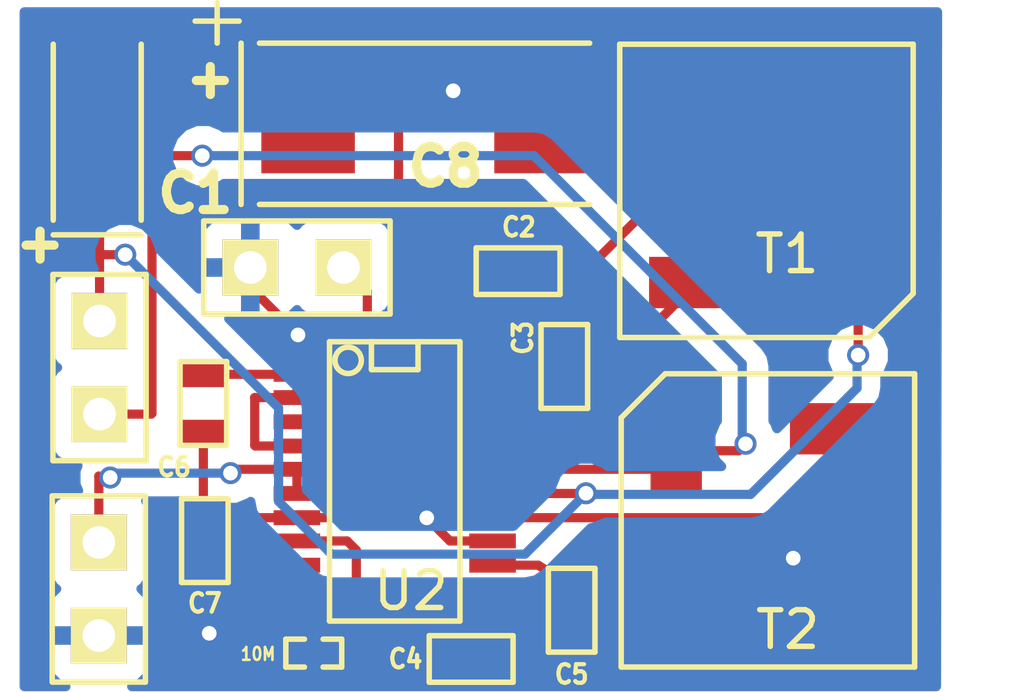
<source format=kicad_pcb>
(kicad_pcb (version 4) (host pcbnew "(2015-06-04 BZR 5708)-product")

  (general
    (links 36)
    (no_connects 0)
    (area 144.817858 91.302999 178.095953 112.705)
    (thickness 1.6)
    (drawings 0)
    (tracks 154)
    (zones 0)
    (modules 15)
    (nets 17)
  )

  (page A4)
  (layers
    (0 F.Cu signal)
    (31 B.Cu signal)
    (32 B.Adhes user)
    (33 F.Adhes user)
    (34 B.Paste user)
    (35 F.Paste user)
    (36 B.SilkS user)
    (37 F.SilkS user)
    (38 B.Mask user)
    (39 F.Mask user)
    (40 Dwgs.User user)
    (41 Cmts.User user)
    (42 Eco1.User user)
    (43 Eco2.User user)
    (44 Edge.Cuts user)
    (45 Margin user)
    (46 B.CrtYd user)
    (47 F.CrtYd user)
    (48 B.Fab user)
    (49 F.Fab user)
  )

  (setup
    (last_trace_width 0.25)
    (trace_clearance 0.2)
    (zone_clearance 0.508)
    (zone_45_only no)
    (trace_min 0.2)
    (segment_width 0.2)
    (edge_width 0.1)
    (via_size 0.6)
    (via_drill 0.4)
    (via_min_size 0.4)
    (via_min_drill 0.3)
    (uvia_size 0.3)
    (uvia_drill 0.1)
    (uvias_allowed no)
    (uvia_min_size 0.2)
    (uvia_min_drill 0.1)
    (pcb_text_width 0.3)
    (pcb_text_size 1.5 1.5)
    (mod_edge_width 0.15)
    (mod_text_size 1 1)
    (mod_text_width 0.15)
    (pad_size 1.5 1.5)
    (pad_drill 0.6)
    (pad_to_mask_clearance 0)
    (aux_axis_origin 0 0)
    (visible_elements 7FFEF76F)
    (pcbplotparams
      (layerselection 0x00030_80000001)
      (usegerberextensions false)
      (excludeedgelayer true)
      (linewidth 0.100000)
      (plotframeref false)
      (viasonmask false)
      (mode 1)
      (useauxorigin false)
      (hpglpennumber 1)
      (hpglpenspeed 20)
      (hpglpendiameter 15)
      (hpglpenoverlay 2)
      (psnegative false)
      (psa4output false)
      (plotreference true)
      (plotvalue true)
      (plotinvisibletext false)
      (padsonsilk false)
      (subtractmaskfromsilk false)
      (outputformat 1)
      (mirror false)
      (drillshape 1)
      (scaleselection 1)
      (outputdirectory ""))
  )

  (net 0 "")
  (net 1 "Net-(10M1-Pad1)")
  (net 2 GND)
  (net 3 "Net-(C1-Pad2)")
  (net 4 "Net-(C1-Pad1)")
  (net 5 "Net-(C2-Pad1)")
  (net 6 "Net-(C2-Pad2)")
  (net 7 "Net-(C3-Pad1)")
  (net 8 "Net-(C4-Pad1)")
  (net 9 "Net-(C4-Pad2)")
  (net 10 "Net-(C5-Pad1)")
  (net 11 "Net-(C6-Pad1)")
  (net 12 "Net-(C7-Pad1)")
  (net 13 "Net-(C8-Pad1)")
  (net 14 "Net-(C9-Pad1)")
  (net 15 "Net-(T1-Pad2)")
  (net 16 "Net-(T2-Pad2)")

  (net_class Default "Toto je výchozí třída sítě."
    (clearance 0.2)
    (trace_width 0.25)
    (via_dia 0.6)
    (via_drill 0.4)
    (uvia_dia 0.3)
    (uvia_drill 0.1)
    (add_net GND)
    (add_net "Net-(10M1-Pad1)")
    (add_net "Net-(C1-Pad1)")
    (add_net "Net-(C1-Pad2)")
    (add_net "Net-(C2-Pad1)")
    (add_net "Net-(C2-Pad2)")
    (add_net "Net-(C3-Pad1)")
    (add_net "Net-(C4-Pad1)")
    (add_net "Net-(C4-Pad2)")
    (add_net "Net-(C5-Pad1)")
    (add_net "Net-(C6-Pad1)")
    (add_net "Net-(C7-Pad1)")
    (add_net "Net-(C8-Pad1)")
    (add_net "Net-(C9-Pad1)")
    (add_net "Net-(T1-Pad2)")
    (add_net "Net-(T2-Pad2)")
  )

  (module Mlab_R:SMD-0402 (layer F.Cu) (tedit 55A8F259) (tstamp 55A8A316)
    (at 158.56 109.32 180)
    (path /55A75F10)
    (attr smd)
    (fp_text reference 10M (at 1.51934 -0.02486 180) (layer F.SilkS)
      (effects (font (size 0.35052 0.3048) (thickness 0.07112)))
    )
    (fp_text value R (at -0.127 0.889 180) (layer F.SilkS) hide
      (effects (font (size 0.35052 0.3048) (thickness 0.07112)))
    )
    (fp_line (start -0.254 -0.381) (end -0.762 -0.381) (layer F.SilkS) (width 0.15))
    (fp_line (start -0.762 -0.381) (end -0.762 0.381) (layer F.SilkS) (width 0.15))
    (fp_line (start -0.762 0.381) (end -0.254 0.381) (layer F.SilkS) (width 0.15))
    (fp_line (start 0.254 -0.381) (end 0.762 -0.381) (layer F.SilkS) (width 0.15))
    (fp_line (start 0.762 -0.381) (end 0.762 0.381) (layer F.SilkS) (width 0.15))
    (fp_line (start 0.762 0.381) (end 0.254 0.381) (layer F.SilkS) (width 0.15))
    (pad 1 smd rect (at -0.44958 0 180) (size 0.39878 0.59944) (layers F.Cu F.Paste F.Mask)
      (net 1 "Net-(10M1-Pad1)"))
    (pad 2 smd rect (at 0.44958 0 180) (size 0.39878 0.59944) (layers F.Cu F.Paste F.Mask)
      (net 2 GND))
    (model MLAB_3D/Resistors/r_0402.wrl
      (at (xyz 0 0 0.002))
      (scale (xyz 1 1 1))
      (rotate (xyz 0 0 0))
    )
  )

  (module Mlab_C:TantalC_SizeA_Reflow (layer F.Cu) (tedit 55A8F23C) (tstamp 55A8A324)
    (at 152.72 95.11 90)
    (descr "Tantal Cap. , Size A, EIA-3216, Reflow,")
    (tags "Tantal Cap. , Size A, EIA-3216, reflow,")
    (path /55A65C0C)
    (attr smd)
    (fp_text reference C1 (at -1.66 2.61 180) (layer F.SilkS)
      (effects (font (size 1 1) (thickness 0.25)))
    )
    (fp_text value 47uF (at 0 3.048 90) (layer F.SilkS) hide
      (effects (font (thickness 0.3048)))
    )
    (fp_text user + (at -3.08 -1.69 90) (layer F.SilkS)
      (effects (font (size 1 1) (thickness 0.25)))
    )
    (fp_line (start 1.6002 -1.26238) (end 2.4003 -1.26238) (layer F.SilkS) (width 0.15))
    (fp_line (start -1.6002 -1.26238) (end -2.4003 -1.26238) (layer F.SilkS) (width 0.15))
    (fp_line (start -1.6002 1.13538) (end -2.4003 1.13538) (layer F.SilkS) (width 0.15))
    (fp_line (start 1.6002 1.13538) (end 2.4003 1.13538) (layer F.SilkS) (width 0.15))
    (fp_line (start -2.79908 -1.26238) (end -2.79908 1.13538) (layer F.SilkS) (width 0.15))
    (fp_line (start 1.6002 -1.26238) (end -1.6002 -1.26238) (layer F.SilkS) (width 0.15))
    (fp_line (start 1.6002 1.13538) (end -1.6002 1.13538) (layer F.SilkS) (width 0.15))
    (pad 2 smd rect (at 1.3589 -0.0635 90) (size 1.95072 1.50114) (layers F.Cu F.Paste F.Mask)
      (net 3 "Net-(C1-Pad2)"))
    (pad 1 smd rect (at -1.3589 -0.0635 90) (size 1.95072 1.50114) (layers F.Cu F.Paste F.Mask)
      (net 4 "Net-(C1-Pad1)"))
    (model MLAB_3D/Capacitors/c_tant_A.wrl
      (at (xyz 0 0 0))
      (scale (xyz 1 1 1))
      (rotate (xyz 0 0 0))
    )
  )

  (module Mlab_C:SMD-0603 (layer F.Cu) (tedit 55A8EDCC) (tstamp 55A8A32E)
    (at 164.13 98.9)
    (path /55A639B3)
    (attr smd)
    (fp_text reference C2 (at 0.02 -1.2) (layer F.SilkS)
      (effects (font (size 0.508 0.4572) (thickness 0.1143)))
    )
    (fp_text value 1nF (at 0 1.524) (layer F.SilkS) hide
      (effects (font (size 0.508 0.4572) (thickness 0.1143)))
    )
    (fp_line (start -1.143 -0.635) (end 1.143 -0.635) (layer F.SilkS) (width 0.15))
    (fp_line (start 1.143 -0.635) (end 1.143 0.635) (layer F.SilkS) (width 0.15))
    (fp_line (start 1.143 0.635) (end -1.143 0.635) (layer F.SilkS) (width 0.15))
    (fp_line (start -1.143 0.635) (end -1.143 -0.635) (layer F.SilkS) (width 0.15))
    (pad 1 smd rect (at -0.762 0) (size 0.635 1.143) (layers F.Cu F.Paste F.Mask)
      (net 5 "Net-(C2-Pad1)"))
    (pad 2 smd rect (at 0.762 0) (size 0.635 1.143) (layers F.Cu F.Paste F.Mask)
      (net 6 "Net-(C2-Pad2)"))
    (model MLAB_3D/Resistors/r_0603.wrl
      (at (xyz 0 0 0.001))
      (scale (xyz 1 1 1))
      (rotate (xyz 0 0 0))
    )
  )

  (module Mlab_C:SMD-0603 (layer F.Cu) (tedit 55A8EDC9) (tstamp 55A8A338)
    (at 165.39 101.5 90)
    (path /55A63C47)
    (attr smd)
    (fp_text reference C3 (at 0.78 -1.13 90) (layer F.SilkS)
      (effects (font (size 0.508 0.4572) (thickness 0.1143)))
    )
    (fp_text value 470pF (at 0 1.524 90) (layer F.SilkS) hide
      (effects (font (size 0.508 0.4572) (thickness 0.1143)))
    )
    (fp_line (start -1.143 -0.635) (end 1.143 -0.635) (layer F.SilkS) (width 0.15))
    (fp_line (start 1.143 -0.635) (end 1.143 0.635) (layer F.SilkS) (width 0.15))
    (fp_line (start 1.143 0.635) (end -1.143 0.635) (layer F.SilkS) (width 0.15))
    (fp_line (start -1.143 0.635) (end -1.143 -0.635) (layer F.SilkS) (width 0.15))
    (pad 1 smd rect (at -0.762 0 90) (size 0.635 1.143) (layers F.Cu F.Paste F.Mask)
      (net 7 "Net-(C3-Pad1)"))
    (pad 2 smd rect (at 0.762 0 90) (size 0.635 1.143) (layers F.Cu F.Paste F.Mask)
      (net 6 "Net-(C2-Pad2)"))
    (model MLAB_3D/Resistors/r_0603.wrl
      (at (xyz 0 0 0.001))
      (scale (xyz 1 1 1))
      (rotate (xyz 0 0 0))
    )
  )

  (module Mlab_C:SMD-0603 (layer F.Cu) (tedit 55A8EDDE) (tstamp 55A8A342)
    (at 162.85 109.48)
    (path /55A6512C)
    (attr smd)
    (fp_text reference C4 (at -1.79 0) (layer F.SilkS)
      (effects (font (size 0.508 0.4572) (thickness 0.1143)))
    )
    (fp_text value 1nF (at 0 1.524) (layer F.SilkS) hide
      (effects (font (size 0.508 0.4572) (thickness 0.1143)))
    )
    (fp_line (start -1.143 -0.635) (end 1.143 -0.635) (layer F.SilkS) (width 0.15))
    (fp_line (start 1.143 -0.635) (end 1.143 0.635) (layer F.SilkS) (width 0.15))
    (fp_line (start 1.143 0.635) (end -1.143 0.635) (layer F.SilkS) (width 0.15))
    (fp_line (start -1.143 0.635) (end -1.143 -0.635) (layer F.SilkS) (width 0.15))
    (pad 1 smd rect (at -0.762 0) (size 0.635 1.143) (layers F.Cu F.Paste F.Mask)
      (net 8 "Net-(C4-Pad1)"))
    (pad 2 smd rect (at 0.762 0) (size 0.635 1.143) (layers F.Cu F.Paste F.Mask)
      (net 9 "Net-(C4-Pad2)"))
    (model MLAB_3D/Resistors/r_0603.wrl
      (at (xyz 0 0 0.001))
      (scale (xyz 1 1 1))
      (rotate (xyz 0 0 0))
    )
  )

  (module Mlab_C:SMD-0603 (layer F.Cu) (tedit 55A8EDD6) (tstamp 55A8A34C)
    (at 165.59 108.15 270)
    (path /55A65213)
    (attr smd)
    (fp_text reference C5 (at 1.75 0 360) (layer F.SilkS)
      (effects (font (size 0.508 0.4572) (thickness 0.1143)))
    )
    (fp_text value 470pF (at 0 1.524 270) (layer F.SilkS) hide
      (effects (font (size 0.508 0.4572) (thickness 0.1143)))
    )
    (fp_line (start -1.143 -0.635) (end 1.143 -0.635) (layer F.SilkS) (width 0.15))
    (fp_line (start 1.143 -0.635) (end 1.143 0.635) (layer F.SilkS) (width 0.15))
    (fp_line (start 1.143 0.635) (end -1.143 0.635) (layer F.SilkS) (width 0.15))
    (fp_line (start -1.143 0.635) (end -1.143 -0.635) (layer F.SilkS) (width 0.15))
    (pad 1 smd rect (at -0.762 0 270) (size 0.635 1.143) (layers F.Cu F.Paste F.Mask)
      (net 10 "Net-(C5-Pad1)"))
    (pad 2 smd rect (at 0.762 0 270) (size 0.635 1.143) (layers F.Cu F.Paste F.Mask)
      (net 9 "Net-(C4-Pad2)"))
    (model MLAB_3D/Resistors/r_0603.wrl
      (at (xyz 0 0 0.001))
      (scale (xyz 1 1 1))
      (rotate (xyz 0 0 0))
    )
  )

  (module Mlab_C:SMD-0603 (layer F.Cu) (tedit 55A8F24D) (tstamp 55A8A356)
    (at 155.55 102.51 270)
    (path /55A66F73)
    (attr smd)
    (fp_text reference C6 (at 1.73 0.8 360) (layer F.SilkS)
      (effects (font (size 0.508 0.4572) (thickness 0.1143)))
    )
    (fp_text value 1uF (at 0 1.524 270) (layer F.SilkS) hide
      (effects (font (size 0.508 0.4572) (thickness 0.1143)))
    )
    (fp_line (start -1.143 -0.635) (end 1.143 -0.635) (layer F.SilkS) (width 0.15))
    (fp_line (start 1.143 -0.635) (end 1.143 0.635) (layer F.SilkS) (width 0.15))
    (fp_line (start 1.143 0.635) (end -1.143 0.635) (layer F.SilkS) (width 0.15))
    (fp_line (start -1.143 0.635) (end -1.143 -0.635) (layer F.SilkS) (width 0.15))
    (pad 1 smd rect (at -0.762 0 270) (size 0.635 1.143) (layers F.Cu F.Paste F.Mask)
      (net 11 "Net-(C6-Pad1)"))
    (pad 2 smd rect (at 0.762 0 270) (size 0.635 1.143) (layers F.Cu F.Paste F.Mask)
      (net 2 GND))
    (model MLAB_3D/Resistors/r_0603.wrl
      (at (xyz 0 0 0.001))
      (scale (xyz 1 1 1))
      (rotate (xyz 0 0 0))
    )
  )

  (module Mlab_C:SMD-0603 (layer F.Cu) (tedit 55A8EE13) (tstamp 55A8A360)
    (at 155.59 106.25 90)
    (path /55A6727D)
    (attr smd)
    (fp_text reference C7 (at -1.71 0 180) (layer F.SilkS)
      (effects (font (size 0.508 0.4572) (thickness 0.1143)))
    )
    (fp_text value 2,2uF (at 0 1.524 90) (layer F.SilkS) hide
      (effects (font (size 0.508 0.4572) (thickness 0.1143)))
    )
    (fp_line (start -1.143 -0.635) (end 1.143 -0.635) (layer F.SilkS) (width 0.15))
    (fp_line (start 1.143 -0.635) (end 1.143 0.635) (layer F.SilkS) (width 0.15))
    (fp_line (start 1.143 0.635) (end -1.143 0.635) (layer F.SilkS) (width 0.15))
    (fp_line (start -1.143 0.635) (end -1.143 -0.635) (layer F.SilkS) (width 0.15))
    (pad 1 smd rect (at -0.762 0 90) (size 0.635 1.143) (layers F.Cu F.Paste F.Mask)
      (net 12 "Net-(C7-Pad1)"))
    (pad 2 smd rect (at 0.762 0 90) (size 0.635 1.143) (layers F.Cu F.Paste F.Mask)
      (net 2 GND))
    (model MLAB_3D/Resistors/r_0603.wrl
      (at (xyz 0 0 0.001))
      (scale (xyz 1 1 1))
      (rotate (xyz 0 0 0))
    )
  )

  (module Mlab_C:TantalC_SizeD_Reflow (layer F.Cu) (tedit 55A8F22A) (tstamp 55A8A36C)
    (at 161.58 94.88)
    (descr "Tantal Cap. , Size D, EIA-7343, Reflow,")
    (tags "Tantal Cap. , Size D, EIA-7343, Reflow,")
    (path /55A6722B)
    (attr smd)
    (fp_text reference C8 (at 0.57 1.17) (layer F.SilkS)
      (effects (font (size 1 1) (thickness 0.25)))
    )
    (fp_text value 470uF (at -0.09906 3.59918) (layer F.SilkS) hide
      (effects (font (thickness 0.3048)))
    )
    (fp_line (start -5.00126 -2.19964) (end -5.00126 2.19964) (layer F.SilkS) (width 0.15))
    (fp_line (start -4.50088 2.19964) (end 4.50088 2.19964) (layer F.SilkS) (width 0.15))
    (fp_line (start 4.50088 -2.19964) (end -4.50088 -2.19964) (layer F.SilkS) (width 0.15))
    (fp_text user + (at -5.84 -1.25) (layer F.SilkS)
      (effects (font (size 1 1) (thickness 0.25)))
    )
    (fp_line (start -5.65404 -3.302) (end -5.65404 -2.20218) (layer F.SilkS) (width 0.15))
    (fp_line (start -6.25348 -2.80162) (end -5.0546 -2.80162) (layer F.SilkS) (width 0.15))
    (pad 2 smd rect (at 3.175 0) (size 2.55016 2.70002) (layers F.Cu F.Paste F.Mask)
      (net 2 GND))
    (pad 1 smd rect (at -3.175 0) (size 2.55016 2.70002) (layers F.Cu F.Paste F.Mask)
      (net 13 "Net-(C8-Pad1)"))
    (model MLAB_3D/Capacitors/c_tant_D.wrl
      (at (xyz 0 0 0))
      (scale (xyz 1 1 1))
      (rotate (xyz 0 0 180))
    )
  )

  (module Mlab_Pin_Headers:Straight_1x02 (layer F.Cu) (tedit 5535DB0D) (tstamp 55A8A377)
    (at 158.1 98.8 270)
    (descr "pin header straight 1x02")
    (tags "pin header straight 1x02")
    (path /55A671D6)
    (fp_text reference C9 (at 0 -3.81 270) (layer F.SilkS) hide
      (effects (font (size 1.5 1.5) (thickness 0.15)))
    )
    (fp_text value 1-10F (at 0 3.81 270) (layer F.SilkS) hide
      (effects (font (size 1.5 1.5) (thickness 0.15)))
    )
    (fp_text user 1 (at -1.651 -1.27 270) (layer F.SilkS) hide
      (effects (font (size 0.5 0.5) (thickness 0.05)))
    )
    (fp_line (start -1.27 -2.54) (end 1.27 -2.54) (layer F.SilkS) (width 0.15))
    (fp_line (start 1.27 -2.54) (end 1.27 2.54) (layer F.SilkS) (width 0.15))
    (fp_line (start 1.27 2.54) (end -1.27 2.54) (layer F.SilkS) (width 0.15))
    (fp_line (start -1.27 2.54) (end -1.27 -2.54) (layer F.SilkS) (width 0.15))
    (pad 2 thru_hole rect (at 0 1.27 270) (size 1.524 1.524) (drill 0.889) (layers *.Cu *.Mask F.SilkS)
      (net 2 GND))
    (pad 1 thru_hole rect (at 0 -1.27 270) (size 1.524 1.524) (drill 0.889) (layers *.Cu *.Mask F.SilkS)
      (net 14 "Net-(C9-Pad1)"))
    (model Pin_Headers/Pin_Header_Straight_1x02.wrl
      (at (xyz 0 0 0))
      (scale (xyz 1 1 1))
      (rotate (xyz 0 0 90))
    )
  )

  (module Mlab_Pin_Headers:Straight_1x02 (layer F.Cu) (tedit 5535DB0D) (tstamp 55A8A382)
    (at 152.7 107.57)
    (descr "pin header straight 1x02")
    (tags "pin header straight 1x02")
    (path /55A7BDD9)
    (fp_text reference J1 (at 0 -3.81) (layer F.SilkS) hide
      (effects (font (size 1.5 1.5) (thickness 0.15)))
    )
    (fp_text value HEADER_1x02 (at 0 3.81) (layer F.SilkS) hide
      (effects (font (size 1.5 1.5) (thickness 0.15)))
    )
    (fp_text user 1 (at -1.651 -1.27) (layer F.SilkS) hide
      (effects (font (size 0.5 0.5) (thickness 0.05)))
    )
    (fp_line (start -1.27 -2.54) (end 1.27 -2.54) (layer F.SilkS) (width 0.15))
    (fp_line (start 1.27 -2.54) (end 1.27 2.54) (layer F.SilkS) (width 0.15))
    (fp_line (start 1.27 2.54) (end -1.27 2.54) (layer F.SilkS) (width 0.15))
    (fp_line (start -1.27 2.54) (end -1.27 -2.54) (layer F.SilkS) (width 0.15))
    (pad 2 thru_hole rect (at 0 1.27) (size 1.524 1.524) (drill 0.889) (layers *.Cu *.Mask F.SilkS)
      (net 2 GND))
    (pad 1 thru_hole rect (at 0 -1.27) (size 1.524 1.524) (drill 0.889) (layers *.Cu *.Mask F.SilkS)
      (net 13 "Net-(C8-Pad1)"))
    (model Pin_Headers/Pin_Header_Straight_1x02.wrl
      (at (xyz 0 0 0))
      (scale (xyz 1 1 1))
      (rotate (xyz 0 0 90))
    )
  )

  (module Energy_harv:Step-Up_TRANSF (layer F.Cu) (tedit 55A8EDB8) (tstamp 55A8A38F)
    (at 170.9 96.71 180)
    (path /55A64E73)
    (fp_text reference T1 (at -0.56 -1.72 180) (layer F.SilkS)
      (effects (font (size 1 1) (thickness 0.15)))
    )
    (fp_text value Step-Up_TRANSFO (at 0 -5.25 180) (layer F.Fab)
      (effects (font (size 1 1) (thickness 0.15)))
    )
    (fp_line (start -2.8 -4) (end 4 -4) (layer F.SilkS) (width 0.15))
    (fp_line (start -4 4) (end -4 -2.8) (layer F.SilkS) (width 0.15))
    (fp_line (start -4 -2.8) (end -2.8 -4) (layer F.SilkS) (width 0.15))
    (fp_line (start 4 4) (end 4 -4) (layer F.SilkS) (width 0.15))
    (fp_line (start -4 4) (end 4 4) (layer F.SilkS) (width 0.15))
    (pad 1 smd rect (at -2.5 -1.9 180) (size 1.4 2.6) (layers F.Cu F.Paste F.Mask)
      (net 4 "Net-(C1-Pad1)"))
    (pad 2 smd rect (at 1.9 -2.5 180) (size 2.6 1.4) (layers F.Cu F.Paste F.Mask)
      (net 15 "Net-(T1-Pad2)"))
    (pad 3 smd rect (at 2.5 1.9 180) (size 1.4 2.6) (layers F.Cu F.Paste F.Mask)
      (net 2 GND))
    (pad 4 smd rect (at -1.9 2.4 180) (size 2.6 1.6) (layers F.Cu F.Paste F.Mask)
      (net 6 "Net-(C2-Pad2)"))
  )

  (module Energy_harv:Step-Up_TRANSF (layer F.Cu) (tedit 55A8EDBD) (tstamp 55A8A39C)
    (at 170.94 105.7)
    (path /55A650B1)
    (fp_text reference T2 (at 0.54 2.98) (layer F.SilkS)
      (effects (font (size 1 1) (thickness 0.15)))
    )
    (fp_text value Step-Up_TRANSFO (at 0 -5.25) (layer F.Fab)
      (effects (font (size 1 1) (thickness 0.15)))
    )
    (fp_line (start -2.8 -4) (end 4 -4) (layer F.SilkS) (width 0.15))
    (fp_line (start -4 4) (end -4 -2.8) (layer F.SilkS) (width 0.15))
    (fp_line (start -4 -2.8) (end -2.8 -4) (layer F.SilkS) (width 0.15))
    (fp_line (start 4 4) (end 4 -4) (layer F.SilkS) (width 0.15))
    (fp_line (start -4 4) (end 4 4) (layer F.SilkS) (width 0.15))
    (pad 1 smd rect (at -2.5 -1.9) (size 1.4 2.6) (layers F.Cu F.Paste F.Mask)
      (net 3 "Net-(C1-Pad2)"))
    (pad 2 smd rect (at 1.9 -2.5) (size 2.6 1.4) (layers F.Cu F.Paste F.Mask)
      (net 16 "Net-(T2-Pad2)"))
    (pad 3 smd rect (at 2.5 1.9) (size 1.4 2.6) (layers F.Cu F.Paste F.Mask)
      (net 2 GND))
    (pad 4 smd rect (at -1.9 2.4) (size 2.6 1.6) (layers F.Cu F.Paste F.Mask)
      (net 9 "Net-(C4-Pad2)"))
  )

  (module Mlab_Pin_Headers:Straight_1x02 (layer F.Cu) (tedit 5535DB0D) (tstamp 55A8A3A7)
    (at 152.72 101.53 180)
    (descr "pin header straight 1x02")
    (tags "pin header straight 1x02")
    (path /55A669FE)
    (fp_text reference U1 (at 0 -3.81 180) (layer F.SilkS) hide
      (effects (font (size 1.5 1.5) (thickness 0.15)))
    )
    (fp_text value THERM_GEN (at 0 3.81 180) (layer F.SilkS) hide
      (effects (font (size 1.5 1.5) (thickness 0.15)))
    )
    (fp_text user 1 (at -1.651 -1.27 180) (layer F.SilkS) hide
      (effects (font (size 0.5 0.5) (thickness 0.05)))
    )
    (fp_line (start -1.27 -2.54) (end 1.27 -2.54) (layer F.SilkS) (width 0.15))
    (fp_line (start 1.27 -2.54) (end 1.27 2.54) (layer F.SilkS) (width 0.15))
    (fp_line (start 1.27 2.54) (end -1.27 2.54) (layer F.SilkS) (width 0.15))
    (fp_line (start -1.27 2.54) (end -1.27 -2.54) (layer F.SilkS) (width 0.15))
    (pad 2 thru_hole rect (at 0 1.27 180) (size 1.524 1.524) (drill 0.889) (layers *.Cu *.Mask F.SilkS)
      (net 4 "Net-(C1-Pad1)"))
    (pad 1 thru_hole rect (at 0 -1.27 180) (size 1.524 1.524) (drill 0.889) (layers *.Cu *.Mask F.SilkS)
      (net 3 "Net-(C1-Pad2)"))
    (model Pin_Headers/Pin_Header_Straight_1x02.wrl
      (at (xyz 0 0 0))
      (scale (xyz 1 1 1))
      (rotate (xyz 0 0 90))
    )
  )

  (module SMD_Packages:SSOP-20 (layer F.Cu) (tedit 55A8EE49) (tstamp 55A8A3C7)
    (at 160.76676 104.6353 270)
    (descr "SSOP 20 pins")
    (tags "CMS SSOP SMD")
    (path /55A67D56)
    (attr smd)
    (fp_text reference U2 (at 2.9847 -0.44324 360) (layer F.SilkS)
      (effects (font (size 1 1) (thickness 0.15)))
    )
    (fp_text value LTC3109GN (at 0 0.635 270) (layer F.Fab)
      (effects (font (size 1 1) (thickness 0.15)))
    )
    (fp_line (start 3.81 -1.778) (end -3.81 -1.778) (layer F.SilkS) (width 0.15))
    (fp_line (start -3.81 1.778) (end 3.81 1.778) (layer F.SilkS) (width 0.15))
    (fp_line (start 3.81 -1.778) (end 3.81 1.778) (layer F.SilkS) (width 0.15))
    (fp_line (start -3.81 1.778) (end -3.81 -1.778) (layer F.SilkS) (width 0.15))
    (fp_circle (center -3.302 1.27) (end -3.556 1.016) (layer F.SilkS) (width 0.15))
    (fp_line (start -3.81 -0.635) (end -3.048 -0.635) (layer F.SilkS) (width 0.15))
    (fp_line (start -3.048 -0.635) (end -3.048 0.635) (layer F.SilkS) (width 0.15))
    (fp_line (start -3.048 0.635) (end -3.81 0.635) (layer F.SilkS) (width 0.15))
    (pad 1 smd rect (at -2.921 2.667 270) (size 0.4064 1.27) (layers F.Cu F.Paste F.Mask)
      (net 11 "Net-(C6-Pad1)"))
    (pad 2 smd rect (at -2.286 2.667 270) (size 0.4064 1.27) (layers F.Cu F.Paste F.Mask)
      (net 11 "Net-(C6-Pad1)"))
    (pad 3 smd rect (at -1.6256 2.667 270) (size 0.4064 1.27) (layers F.Cu F.Paste F.Mask)
      (net 14 "Net-(C9-Pad1)"))
    (pad 4 smd rect (at -0.9652 2.667 270) (size 0.4064 1.27) (layers F.Cu F.Paste F.Mask)
      (net 11 "Net-(C6-Pad1)"))
    (pad 5 smd rect (at -0.3302 2.667 270) (size 0.4064 1.27) (layers F.Cu F.Paste F.Mask)
      (net 13 "Net-(C8-Pad1)"))
    (pad 6 smd rect (at 0.3302 2.667 270) (size 0.4064 1.27) (layers F.Cu F.Paste F.Mask)
      (net 13 "Net-(C8-Pad1)"))
    (pad 7 smd rect (at 0.9906 2.667 270) (size 0.4064 1.27) (layers F.Cu F.Paste F.Mask)
      (net 2 GND))
    (pad 8 smd rect (at 1.6256 2.667 270) (size 0.4064 1.27) (layers F.Cu F.Paste F.Mask)
      (net 1 "Net-(10M1-Pad1)"))
    (pad 9 smd rect (at 2.286 2.667 270) (size 0.4064 1.27) (layers F.Cu F.Paste F.Mask)
      (net 12 "Net-(C7-Pad1)"))
    (pad 10 smd rect (at 2.921 2.667 270) (size 0.4064 1.27) (layers F.Cu F.Paste F.Mask)
      (net 2 GND))
    (pad 11 smd rect (at 2.921 -2.667 270) (size 0.4064 1.27) (layers F.Cu F.Paste F.Mask)
      (net 8 "Net-(C4-Pad1)"))
    (pad 12 smd rect (at 2.286 -2.667 270) (size 0.4064 1.27) (layers F.Cu F.Paste F.Mask)
      (net 10 "Net-(C5-Pad1)"))
    (pad 13 smd rect (at 1.6256 -2.667 270) (size 0.4064 1.27) (layers F.Cu F.Paste F.Mask)
      (net 2 GND))
    (pad 14 smd rect (at 0.9906 -2.667 270) (size 0.4064 1.27) (layers F.Cu F.Paste F.Mask)
      (net 16 "Net-(T2-Pad2)"))
    (pad 15 smd rect (at 0.3302 -2.667 270) (size 0.4064 1.27) (layers F.Cu F.Paste F.Mask)
      (net 4 "Net-(C1-Pad1)"))
    (pad 16 smd rect (at -0.3302 -2.667 270) (size 0.4064 1.27) (layers F.Cu F.Paste F.Mask)
      (net 3 "Net-(C1-Pad2)"))
    (pad 17 smd rect (at -0.9652 -2.667 270) (size 0.4064 1.27) (layers F.Cu F.Paste F.Mask)
      (net 15 "Net-(T1-Pad2)"))
    (pad 18 smd rect (at -1.6256 -2.667 270) (size 0.4064 1.27) (layers F.Cu F.Paste F.Mask)
      (net 2 GND))
    (pad 19 smd rect (at -2.286 -2.667 270) (size 0.4064 1.27) (layers F.Cu F.Paste F.Mask)
      (net 7 "Net-(C3-Pad1)"))
    (pad 20 smd rect (at -2.921 -2.667 270) (size 0.4064 1.27) (layers F.Cu F.Paste F.Mask)
      (net 5 "Net-(C2-Pad1)"))
    (model SMD_Packages.3dshapes/SSOP-20.wrl
      (at (xyz 0 0 0))
      (scale (xyz 0.255 0.33 0.3))
      (rotate (xyz 0 0 0))
    )
  )

  (segment (start 158.09976 106.2609) (end 159.4691 106.2609) (width 0.25) (layer F.Cu) (net 1))
  (segment (start 159.72 108.60958) (end 159.00958 109.32) (width 0.25) (layer F.Cu) (net 1) (tstamp 55A8F294))
  (segment (start 159.72 106.5118) (end 159.72 108.60958) (width 0.25) (layer F.Cu) (net 1) (tstamp 55A8F28D))
  (segment (start 159.4691 106.2609) (end 159.72 106.5118) (width 0.25) (layer F.Cu) (net 1) (tstamp 55A8F285))
  (segment (start 158.09976 107.5563) (end 156.9337 107.5563) (width 0.25) (layer F.Cu) (net 2))
  (segment (start 156.9337 107.5563) (end 155.71 108.78) (width 0.25) (layer F.Cu) (net 2) (tstamp 55A8F2AE))
  (segment (start 155.55 103.272) (end 155.55 105.448) (width 0.25) (layer F.Cu) (net 2))
  (segment (start 155.55 105.448) (end 155.59 105.488) (width 0.25) (layer F.Cu) (net 2) (tstamp 55A8F07D))
  (segment (start 164.755 94.88) (end 168.33 94.88) (width 0.25) (layer F.Cu) (net 2))
  (segment (start 168.33 94.88) (end 168.4 94.81) (width 0.25) (layer F.Cu) (net 2) (tstamp 55A8F066))
  (segment (start 163.43376 103.0097) (end 162.3203 103.0097) (width 0.25) (layer F.Cu) (net 2))
  (segment (start 161.64 103.69) (end 161.64 105.63) (width 0.25) (layer F.Cu) (net 2) (tstamp 55A8EC18))
  (segment (start 162.3203 103.0097) (end 161.64 103.69) (width 0.25) (layer F.Cu) (net 2) (tstamp 55A8EC16))
  (segment (start 163.43376 106.2609) (end 162.2709 106.2609) (width 0.25) (layer F.Cu) (net 2))
  (segment (start 162.2709 106.2609) (end 161.64 105.63) (width 0.25) (layer F.Cu) (net 2) (tstamp 55A8EBC8))
  (segment (start 152.7 108.84) (end 155.65 108.84) (width 0.25) (layer F.Cu) (net 2))
  (segment (start 155.65 108.84) (end 155.71 108.78) (width 0.25) (layer F.Cu) (net 2) (tstamp 55A8EB81))
  (segment (start 155.91 108.58) (end 156.28 108.58) (width 0.25) (layer B.Cu) (net 2) (tstamp 55A8EB88))
  (via (at 155.71 108.78) (size 0.6) (layers F.Cu B.Cu) (net 2))
  (segment (start 155.71 108.78) (end 155.91 108.58) (width 0.25) (layer B.Cu) (net 2) (tstamp 55A8EB87))
  (segment (start 173.44 107.6) (end 172.5 107.6) (width 0.25) (layer F.Cu) (net 2))
  (segment (start 171.5 106.6) (end 170.75 106.6) (width 0.25) (layer B.Cu) (net 2) (tstamp 55A8EB38))
  (segment (start 171.63 106.73) (end 171.5 106.6) (width 0.25) (layer B.Cu) (net 2) (tstamp 55A8EB37))
  (via (at 171.63 106.73) (size 0.6) (layers F.Cu B.Cu) (net 2))
  (segment (start 172.5 107.6) (end 171.63 106.73) (width 0.25) (layer F.Cu) (net 2) (tstamp 55A8EB34))
  (segment (start 164.755 94.88) (end 163.26 94.88) (width 0.25) (layer F.Cu) (net 2))
  (segment (start 162.1 93.72) (end 160.89 93.72) (width 0.25) (layer B.Cu) (net 2) (tstamp 55A8EAFE))
  (segment (start 162.36 93.98) (end 162.1 93.72) (width 0.25) (layer B.Cu) (net 2) (tstamp 55A8EAFD))
  (via (at 162.36 93.98) (size 0.6) (layers F.Cu B.Cu) (net 2))
  (segment (start 163.26 94.88) (end 162.36 93.98) (width 0.25) (layer F.Cu) (net 2) (tstamp 55A8EAEF))
  (segment (start 156.83 98.8) (end 156.83 99.34) (width 0.25) (layer F.Cu) (net 2))
  (segment (start 156.83 99.34) (end 158.13 100.64) (width 0.25) (layer F.Cu) (net 2) (tstamp 55A8E9CB))
  (via (at 158.13 100.64) (size 0.6) (layers F.Cu B.Cu) (net 2))
  (segment (start 158.13 100.64) (end 161.64 104.15) (width 0.25) (layer B.Cu) (net 2) (tstamp 55A8E9D4))
  (segment (start 161.64 104.15) (end 161.64 105.63) (width 0.25) (layer B.Cu) (net 2) (tstamp 55A8E9D5))
  (via (at 161.64 105.63) (size 0.6) (layers F.Cu B.Cu) (net 2))
  (segment (start 161.64 105.63) (end 161.6359 105.6259) (width 0.25) (layer F.Cu) (net 2) (tstamp 55A8E9EB))
  (segment (start 161.6359 105.6259) (end 160.65 105.6259) (width 0.25) (layer F.Cu) (net 2) (tstamp 55A8E9EC))
  (segment (start 158.09976 105.6259) (end 155.7279 105.6259) (width 0.25) (layer F.Cu) (net 2))
  (segment (start 155.7279 105.6259) (end 155.59 105.488) (width 0.25) (layer F.Cu) (net 2) (tstamp 55A8D556))
  (segment (start 155.55 105.448) (end 155.59 105.488) (width 0.25) (layer F.Cu) (net 2) (tstamp 55A8D520))
  (segment (start 168.3 94.91) (end 168.4 94.81) (width 0.25) (layer F.Cu) (net 2) (tstamp 55A8D320) (status 30))
  (segment (start 158.09976 105.6259) (end 160.65 105.6259) (width 0.25) (layer F.Cu) (net 2))
  (segment (start 155.463 105.361) (end 155.59 105.488) (width 0.25) (layer F.Cu) (net 2) (tstamp 55A8CCD5) (status 30))
  (segment (start 155.70176 105.59976) (end 155.59 105.488) (width 0.25) (layer F.Cu) (net 2) (tstamp 55A8CCAE) (status 30))
  (segment (start 173.44 107.6) (end 173.44 107.82534) (width 0.25) (layer F.Cu) (net 2) (status 30))
  (segment (start 158.09976 107.5563) (end 158.11042 109.32) (width 0.25) (layer F.Cu) (net 2) (status 20))
  (segment (start 168.44 103.8) (end 170.14 103.8) (width 0.25) (layer F.Cu) (net 3))
  (segment (start 155.52 95.75) (end 154.15 95.75) (width 0.25) (layer F.Cu) (net 3) (tstamp 55A8EFEC))
  (via (at 155.52 95.75) (size 0.6) (layers F.Cu B.Cu) (net 3))
  (segment (start 164.56 95.75) (end 155.52 95.75) (width 0.25) (layer B.Cu) (net 3) (tstamp 55A8EFE6))
  (segment (start 170.24 101.43) (end 164.56 95.75) (width 0.25) (layer B.Cu) (net 3) (tstamp 55A8EFDE))
  (segment (start 170.24 103.52) (end 170.24 101.43) (width 0.25) (layer B.Cu) (net 3) (tstamp 55A8EFDC))
  (segment (start 170.33 103.61) (end 170.24 103.52) (width 0.25) (layer B.Cu) (net 3) (tstamp 55A8EFDB))
  (via (at 170.33 103.61) (size 0.6) (layers F.Cu B.Cu) (net 3))
  (segment (start 170.14 103.8) (end 170.33 103.61) (width 0.25) (layer F.Cu) (net 3) (tstamp 55A8EFC7))
  (segment (start 168.44 103.8) (end 169.07 103.8) (width 0.25) (layer F.Cu) (net 3))
  (segment (start 163.43376 104.3051) (end 167.9349 104.3051) (width 0.25) (layer F.Cu) (net 3))
  (segment (start 167.9349 104.3051) (end 168.44 103.8) (width 0.25) (layer F.Cu) (net 3) (tstamp 55A8EF0E))
  (segment (start 152.6565 93.7511) (end 154.1611 93.7511) (width 0.25) (layer F.Cu) (net 3))
  (segment (start 154.1611 93.7511) (end 154.15 93.7622) (width 0.25) (layer F.Cu) (net 3) (tstamp 55A8D571))
  (segment (start 154.15 95.66) (end 154.15 95.75) (width 0.25) (layer F.Cu) (net 3) (tstamp 55A8EF43))
  (segment (start 154.15 95.19) (end 154.15 95.66) (width 0.25) (layer F.Cu) (net 3) (tstamp 55A8D769))
  (segment (start 154.15 93.7622) (end 154.15 95.19) (width 0.25) (layer F.Cu) (net 3) (tstamp 55A8D576))
  (segment (start 154.13 102.8) (end 152.72 102.8) (width 0.25) (layer F.Cu) (net 3) (tstamp 55A8D58A))
  (segment (start 154.15 95.75) (end 154.15 102.78) (width 0.25) (layer F.Cu) (net 3) (tstamp 55A8D7D1))
  (segment (start 154.15 102.78) (end 154.13 102.8) (width 0.25) (layer F.Cu) (net 3) (tstamp 55A8D589))
  (segment (start 152.4914 93.9162) (end 152.6565 93.7511) (width 0.25) (layer F.Cu) (net 3) (tstamp 55A8CCE5) (status 30))
  (segment (start 173.4 101.19) (end 173.4 98.61) (width 0.25) (layer F.Cu) (net 4) (tstamp 55A8D6FF))
  (via (at 173.4 101.19) (size 0.6) (layers F.Cu B.Cu) (net 4))
  (segment (start 173.37 101.22) (end 173.4 101.19) (width 0.25) (layer B.Cu) (net 4) (tstamp 55A8D6FD))
  (segment (start 173.37 102.09) (end 173.37 101.22) (width 0.25) (layer B.Cu) (net 4) (tstamp 55A8D6F7))
  (segment (start 172.335 103.125) (end 173.37 102.09) (width 0.25) (layer B.Cu) (net 4) (tstamp 55A8D77F))
  (segment (start 166.01 104.99) (end 170.47 104.99) (width 0.25) (layer B.Cu) (net 4) (tstamp 55A8D6D4))
  (segment (start 170.47 104.99) (end 172.335 103.125) (width 0.25) (layer B.Cu) (net 4) (tstamp 55A8D6DE))
  (segment (start 165.98 104.96) (end 166.01 104.99) (width 0.25) (layer B.Cu) (net 4) (tstamp 55A8D6D3))
  (segment (start 152.72 98.45) (end 153.42 98.45) (width 0.25) (layer F.Cu) (net 4))
  (segment (start 164.32 106.62) (end 165.98 104.96) (width 0.25) (layer B.Cu) (net 4) (tstamp 55A8D7A8))
  (segment (start 159.04 106.62) (end 164.32 106.62) (width 0.25) (layer B.Cu) (net 4) (tstamp 55A8D7A3))
  (segment (start 157.6 105.18) (end 159.04 106.62) (width 0.25) (layer B.Cu) (net 4) (tstamp 55A8D79D))
  (segment (start 157.6 102.63) (end 157.6 105.18) (width 0.25) (layer B.Cu) (net 4) (tstamp 55A8D78D))
  (segment (start 153.42 98.45) (end 157.6 102.63) (width 0.25) (layer B.Cu) (net 4) (tstamp 55A8D78C))
  (via (at 153.42 98.45) (size 0.6) (layers F.Cu B.Cu) (net 4))
  (segment (start 163.43376 104.9655) (end 165.9745 104.9655) (width 0.25) (layer F.Cu) (net 4))
  (via (at 165.98 104.96) (size 0.6) (layers F.Cu B.Cu) (net 4))
  (segment (start 165.9745 104.9655) (end 165.98 104.96) (width 0.25) (layer F.Cu) (net 4) (tstamp 55A8D6CF))
  (segment (start 152.72 100.26) (end 152.72 98.45) (width 0.25) (layer F.Cu) (net 4))
  (segment (start 152.72 98.45) (end 152.72 98.41) (width 0.25) (layer F.Cu) (net 4) (tstamp 55A8D788))
  (segment (start 152.72 98.41) (end 152.72 96.5324) (width 0.25) (layer F.Cu) (net 4) (tstamp 55A8D668))
  (segment (start 152.72 96.5324) (end 152.6565 96.4689) (width 0.25) (layer F.Cu) (net 4) (tstamp 55A8D56D))
  (segment (start 173.4 98.61) (end 173.4 99.41) (width 0.25) (layer F.Cu) (net 4) (status 30))
  (segment (start 152.6438 96.4562) (end 152.6565 96.4689) (width 0.25) (layer F.Cu) (net 4) (tstamp 55A8CCE8) (status 30))
  (segment (start 163.368 98.9) (end 163.368 101.64854) (width 0.25) (layer F.Cu) (net 5))
  (segment (start 163.368 101.64854) (end 163.43376 101.7143) (width 0.25) (layer F.Cu) (net 5) (tstamp 55A8F051))
  (segment (start 164.892 98.9) (end 164.892 100.24) (width 0.25) (layer F.Cu) (net 6))
  (segment (start 164.892 100.24) (end 165.39 100.738) (width 0.25) (layer F.Cu) (net 6) (tstamp 55A8F048))
  (segment (start 165.14 98.9) (end 164.892 98.9) (width 0.25) (layer F.Cu) (net 6) (tstamp 55A8D623))
  (segment (start 164.892 98.9) (end 165.67 98.9) (width 0.25) (layer F.Cu) (net 6))
  (segment (start 165.67 98.9) (end 165.96 98.9) (width 0.25) (layer F.Cu) (net 6) (tstamp 55A8D502))
  (segment (start 165.96 98.9) (end 167.74 97.12) (width 0.25) (layer F.Cu) (net 6) (tstamp 55A8D4F7))
  (segment (start 167.74 97.12) (end 169.99 97.12) (width 0.25) (layer F.Cu) (net 6) (tstamp 55A8D4F9))
  (segment (start 169.99 97.12) (end 172.8 94.31) (width 0.25) (layer F.Cu) (net 6) (tstamp 55A8D4FB))
  (segment (start 172.8 94.31) (end 172.8 94.33756) (width 0.25) (layer F.Cu) (net 6) (status 30))
  (segment (start 163.43376 102.3493) (end 165.3027 102.3493) (width 0.25) (layer F.Cu) (net 7) (status 20))
  (segment (start 165.3027 102.3493) (end 165.39 102.262) (width 0.25) (layer F.Cu) (net 7) (tstamp 55A8D5D9) (status 30))
  (segment (start 163.43376 107.5563) (end 162.08038 109.47238) (width 0.25) (layer F.Cu) (net 8) (status 20))
  (segment (start 162.08038 109.47238) (end 162.088 109.48) (width 0.25) (layer F.Cu) (net 8) (tstamp 55A8C9FF) (status 30))
  (segment (start 165.59 108.912) (end 168.228 108.912) (width 0.25) (layer F.Cu) (net 9))
  (segment (start 168.228 108.912) (end 169.04 108.1) (width 0.25) (layer F.Cu) (net 9) (tstamp 55A8ECC9))
  (segment (start 165.59 108.912) (end 164.18 108.912) (width 0.25) (layer F.Cu) (net 9))
  (segment (start 164.18 108.912) (end 163.612 109.48) (width 0.25) (layer F.Cu) (net 9) (tstamp 55A8E8A4))
  (segment (start 165.58238 108.91962) (end 165.59 108.912) (width 0.25) (layer F.Cu) (net 9) (tstamp 55A8CA07) (status 30))
  (segment (start 169.0397 108.1003) (end 169.04 108.1) (width 0.25) (layer F.Cu) (net 9) (tstamp 55A8CA04) (status 30))
  (segment (start 165.59 107.388) (end 165.41474 107.388) (width 0.25) (layer F.Cu) (net 10) (status 30))
  (segment (start 165.41474 107.388) (end 164.67836 106.9213) (width 0.25) (layer F.Cu) (net 10) (tstamp 55A8CA0C) (status 10))
  (segment (start 164.67836 106.9213) (end 163.43376 106.9213) (width 0.25) (layer F.Cu) (net 10) (tstamp 55A8CA1D))
  (segment (start 158.09976 101.7143) (end 155.5837 101.7143) (width 0.25) (layer F.Cu) (net 11))
  (segment (start 155.5837 101.7143) (end 155.55 101.748) (width 0.25) (layer F.Cu) (net 11) (tstamp 55A8ECE6))
  (segment (start 158.09976 102.3493) (end 156.94746 102.3493) (width 0.25) (layer F.Cu) (net 11))
  (segment (start 156.96524 103.6701) (end 158.09976 103.6701) (width 0.25) (layer F.Cu) (net 11) (tstamp 55A8CDB0))
  (segment (start 156.95 103.65486) (end 156.96524 103.6701) (width 0.25) (layer F.Cu) (net 11) (tstamp 55A8CDAA))
  (segment (start 156.95 102.35184) (end 156.95 103.65486) (width 0.25) (layer F.Cu) (net 11) (tstamp 55A8CDA5))
  (segment (start 156.94746 102.3493) (end 156.95 102.35184) (width 0.25) (layer F.Cu) (net 11) (tstamp 55A8CDA0))
  (segment (start 158.09976 101.7143) (end 158.09976 102.3493) (width 0.25) (layer F.Cu) (net 11))
  (segment (start 158.09214 101.72192) (end 158.09976 101.7143) (width 0.25) (layer F.Cu) (net 11) (tstamp 55A8CB55))
  (segment (start 158.09976 106.9213) (end 155.6807 106.9213) (width 0.25) (layer F.Cu) (net 12))
  (segment (start 155.6807 106.9213) (end 155.59 107.012) (width 0.25) (layer F.Cu) (net 12) (tstamp 55A8D55B))
  (segment (start 155.70684 106.89516) (end 155.59 107.012) (width 0.25) (layer F.Cu) (net 12) (tstamp 55A8CCB1) (status 30))
  (segment (start 158.405 94.88) (end 160.89 94.88) (width 0.25) (layer F.Cu) (net 13))
  (segment (start 159.6949 104.3051) (end 158.09976 104.3051) (width 0.25) (layer F.Cu) (net 13) (tstamp 55A8F02D))
  (segment (start 160.87 103.13) (end 159.6949 104.3051) (width 0.25) (layer F.Cu) (net 13) (tstamp 55A8F028))
  (segment (start 160.87 94.9) (end 160.87 103.13) (width 0.25) (layer F.Cu) (net 13) (tstamp 55A8F023))
  (segment (start 160.89 94.88) (end 160.87 94.9) (width 0.25) (layer F.Cu) (net 13) (tstamp 55A8F01E))
  (segment (start 152.7 106.3) (end 152.7 104.49) (width 0.25) (layer F.Cu) (net 13))
  (segment (start 156.3949 104.3051) (end 158.09976 104.3051) (width 0.25) (layer F.Cu) (net 13) (tstamp 55A8D52D))
  (segment (start 156.29 104.41) (end 156.3949 104.3051) (width 0.25) (layer F.Cu) (net 13) (tstamp 55A8D52C))
  (via (at 156.29 104.41) (size 0.6) (layers F.Cu B.Cu) (net 13))
  (segment (start 153.13 104.41) (end 156.29 104.41) (width 0.25) (layer B.Cu) (net 13) (tstamp 55A8D52A))
  (segment (start 153.01 104.53) (end 153.13 104.41) (width 0.25) (layer B.Cu) (net 13) (tstamp 55A8D529))
  (via (at 153.01 104.53) (size 0.6) (layers F.Cu B.Cu) (net 13))
  (segment (start 152.74 104.53) (end 153.01 104.53) (width 0.25) (layer F.Cu) (net 13) (tstamp 55A8D527))
  (segment (start 152.7 104.49) (end 152.74 104.53) (width 0.25) (layer F.Cu) (net 13) (tstamp 55A8D524))
  (segment (start 158.09976 104.3051) (end 158.09976 104.9655) (width 0.25) (layer F.Cu) (net 13))
  (segment (start 158.09976 103.0097) (end 159.2403 103.0097) (width 0.25) (layer F.Cu) (net 14))
  (segment (start 160.02 102.23) (end 160.02 99.45) (width 0.25) (layer F.Cu) (net 14) (tstamp 55A8EC33))
  (segment (start 159.2403 103.0097) (end 160.02 102.23) (width 0.25) (layer F.Cu) (net 14) (tstamp 55A8EC28))
  (segment (start 160.02 99.45) (end 159.37 98.8) (width 0.25) (layer F.Cu) (net 14) (tstamp 55A8EC38))
  (segment (start 163.43376 103.6701) (end 166.1299 103.6701) (width 0.25) (layer F.Cu) (net 15))
  (segment (start 167.1 101.11) (end 169 99.21) (width 0.25) (layer F.Cu) (net 15) (tstamp 55A8D5EF))
  (segment (start 167.1 102.7) (end 167.1 101.11) (width 0.25) (layer F.Cu) (net 15) (tstamp 55A8D5EB))
  (segment (start 166.1299 103.6701) (end 167.1 102.7) (width 0.25) (layer F.Cu) (net 15) (tstamp 55A8D5DD))
  (segment (start 172.84 103.2) (end 172.84 103.42662) (width 0.25) (layer F.Cu) (net 16) (status 30))
  (segment (start 172.84 103.42662) (end 172.832785 105.625695) (width 0.25) (layer F.Cu) (net 16) (tstamp 55A8CBD1) (status 10))
  (segment (start 172.832785 105.625695) (end 163.792925 105.625695) (width 0.25) (layer F.Cu) (net 16) (tstamp 55A8CBD2))

  (zone (net 2) (net_name GND) (layer B.Cu) (tstamp 55A8EA60) (hatch edge 0.508)
    (connect_pads (clearance 0.508))
    (min_thickness 0.254)
    (fill yes (arc_segments 16) (thermal_gap 0.508) (thermal_bridge_width 0.508))
    (polygon
      (pts
        (xy 175.66 110.36) (xy 175.69 91.7) (xy 150.54 91.7) (xy 150.54 110.36)
      )
    )
    (filled_polygon
      (pts
        (xy 175.562795 91.827) (xy 175.533203 110.233) (xy 174.335162 110.233) (xy 174.335162 101.004833) (xy 174.193117 100.661057)
        (xy 173.930327 100.397808) (xy 173.586799 100.255162) (xy 173.214833 100.254838) (xy 172.871057 100.396883) (xy 172.607808 100.659673)
        (xy 172.465162 101.003201) (xy 172.464838 101.375167) (xy 172.606883 101.718943) (xy 172.61 101.722065) (xy 172.61 101.775198)
        (xy 171.797599 102.587599) (xy 171.186511 103.198686) (xy 171.113117 103.021057) (xy 171.08 102.987882) (xy 171.08 101.48)
        (xy 171.022148 101.189161) (xy 170.857401 100.942599) (xy 165.127401 95.212599) (xy 164.880839 95.047852) (xy 164.59 94.99)
        (xy 156.102462 94.99) (xy 156.070327 94.957808) (xy 155.726799 94.815162) (xy 155.354833 94.814838) (xy 155.011057 94.956883)
        (xy 154.747808 95.219673) (xy 154.605162 95.563201) (xy 154.604838 95.935167) (xy 154.746883 96.278943) (xy 155.009673 96.542192)
        (xy 155.353201 96.684838) (xy 155.725167 96.685162) (xy 156.068943 96.543117) (xy 156.102117 96.51) (xy 164.275198 96.51)
        (xy 169.56 101.794802) (xy 169.56 102.987537) (xy 169.527808 103.019673) (xy 169.385162 103.363201) (xy 169.384838 103.735167)
        (xy 169.526883 104.078943) (xy 169.677676 104.23) (xy 166.57241 104.23) (xy 166.510327 104.167808) (xy 166.166799 104.025162)
        (xy 165.794833 104.024838) (xy 165.451057 104.166883) (xy 165.187808 104.429673) (xy 165.045162 104.773201) (xy 165.045121 104.820076)
        (xy 164.005198 105.86) (xy 160.77944 105.86) (xy 160.77944 99.562) (xy 160.77944 98.038) (xy 160.732463 97.795877)
        (xy 160.592673 97.583073) (xy 160.38164 97.440623) (xy 160.132 97.39056) (xy 158.608 97.39056) (xy 158.365877 97.437537)
        (xy 158.153073 97.577327) (xy 158.103214 97.651189) (xy 157.951699 97.499673) (xy 157.71831 97.403) (xy 157.465691 97.403)
        (xy 157.11575 97.403) (xy 156.957 97.56175) (xy 156.957 98.673) (xy 156.977 98.673) (xy 156.977 98.927)
        (xy 156.957 98.927) (xy 156.957 100.03825) (xy 157.11575 100.197) (xy 157.465691 100.197) (xy 157.71831 100.197)
        (xy 157.951699 100.100327) (xy 158.102832 99.949192) (xy 158.147327 100.016927) (xy 158.35836 100.159377) (xy 158.608 100.20944)
        (xy 160.132 100.20944) (xy 160.374123 100.162463) (xy 160.586927 100.022673) (xy 160.729377 99.81164) (xy 160.77944 99.562)
        (xy 160.77944 105.86) (xy 159.354802 105.86) (xy 158.36 104.865198) (xy 158.36 102.63) (xy 158.302148 102.339161)
        (xy 158.137401 102.092599) (xy 156.241802 100.197) (xy 156.54425 100.197) (xy 156.703 100.03825) (xy 156.703 98.927)
        (xy 156.703 98.673) (xy 156.703 97.56175) (xy 156.54425 97.403) (xy 156.194309 97.403) (xy 155.94169 97.403)
        (xy 155.708301 97.499673) (xy 155.529673 97.678302) (xy 155.433 97.911691) (xy 155.433 98.51425) (xy 155.59175 98.673)
        (xy 156.703 98.673) (xy 156.703 98.927) (xy 155.59175 98.927) (xy 155.433 99.08575) (xy 155.433 99.388198)
        (xy 154.355122 98.31032) (xy 154.355162 98.264833) (xy 154.213117 97.921057) (xy 153.950327 97.657808) (xy 153.606799 97.515162)
        (xy 153.234833 97.514838) (xy 152.891057 97.656883) (xy 152.627808 97.919673) (xy 152.485162 98.263201) (xy 152.484838 98.635167)
        (xy 152.573836 98.85056) (xy 151.958 98.85056) (xy 151.715877 98.897537) (xy 151.503073 99.037327) (xy 151.360623 99.24836)
        (xy 151.31056 99.498) (xy 151.31056 101.022) (xy 151.357537 101.264123) (xy 151.497327 101.476927) (xy 151.575541 101.529722)
        (xy 151.503073 101.577327) (xy 151.360623 101.78836) (xy 151.31056 102.038) (xy 151.31056 103.562) (xy 151.357537 103.804123)
        (xy 151.497327 104.016927) (xy 151.70836 104.159377) (xy 151.958 104.20944) (xy 152.130704 104.20944) (xy 152.075162 104.343201)
        (xy 152.074838 104.715167) (xy 152.147308 104.89056) (xy 151.938 104.89056) (xy 151.695877 104.937537) (xy 151.483073 105.077327)
        (xy 151.340623 105.28836) (xy 151.29056 105.538) (xy 151.29056 107.062) (xy 151.337537 107.304123) (xy 151.477327 107.516927)
        (xy 151.551189 107.566785) (xy 151.399673 107.718301) (xy 151.303 107.95169) (xy 151.303 108.204309) (xy 151.303 108.55425)
        (xy 151.46175 108.713) (xy 152.573 108.713) (xy 152.573 108.693) (xy 152.827 108.693) (xy 152.827 108.713)
        (xy 153.93825 108.713) (xy 154.097 108.55425) (xy 154.097 108.204309) (xy 154.097 107.95169) (xy 154.000327 107.718301)
        (xy 153.849192 107.567167) (xy 153.916927 107.522673) (xy 154.059377 107.31164) (xy 154.10944 107.062) (xy 154.10944 105.538)
        (xy 154.062463 105.295877) (xy 153.979774 105.17) (xy 155.727537 105.17) (xy 155.759673 105.202192) (xy 156.103201 105.344838)
        (xy 156.475167 105.345162) (xy 156.818943 105.203117) (xy 156.840347 105.181749) (xy 156.897852 105.470839) (xy 157.062599 105.717401)
        (xy 158.502599 107.157401) (xy 158.749161 107.322148) (xy 159.04 107.38) (xy 164.32 107.38) (xy 164.610839 107.322148)
        (xy 164.857401 107.157401) (xy 166.119679 105.895122) (xy 166.165167 105.895162) (xy 166.508943 105.753117) (xy 166.512065 105.75)
        (xy 170.47 105.75) (xy 170.760839 105.692148) (xy 171.007401 105.527401) (xy 172.872401 103.662401) (xy 173.907401 102.627401)
        (xy 174.072148 102.380839) (xy 174.13 102.09) (xy 174.13 101.78241) (xy 174.192192 101.720327) (xy 174.334838 101.376799)
        (xy 174.335162 101.004833) (xy 174.335162 110.233) (xy 153.597965 110.233) (xy 153.821698 110.140327) (xy 154.000327 109.961699)
        (xy 154.097 109.72831) (xy 154.097 109.475691) (xy 154.097 109.12575) (xy 153.93825 108.967) (xy 152.827 108.967)
        (xy 152.827 108.987) (xy 152.573 108.987) (xy 152.573 108.967) (xy 151.46175 108.967) (xy 151.303 109.12575)
        (xy 151.303 109.475691) (xy 151.303 109.72831) (xy 151.399673 109.961699) (xy 151.578302 110.140327) (xy 151.802034 110.233)
        (xy 150.667 110.233) (xy 150.667 91.827) (xy 175.562795 91.827)
      )
    )
  )
)

</source>
